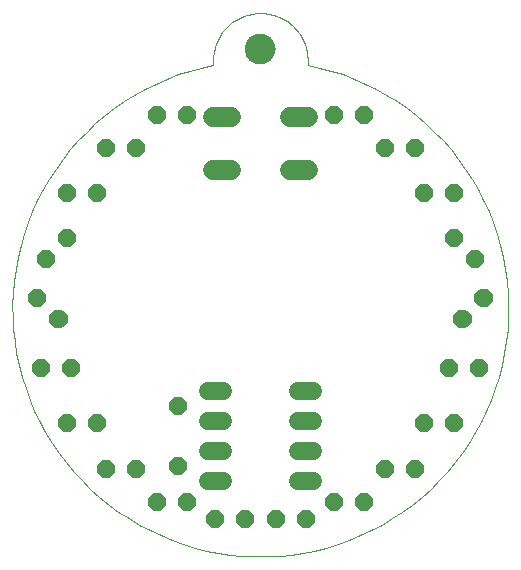
<source format=gbs>
G75*
G70*
%OFA0B0*%
%FSLAX24Y24*%
%IPPOS*%
%LPD*%
%AMOC8*
5,1,8,0,0,1.08239X$1,22.5*
%
%ADD10C,0.0000*%
%ADD11C,0.1025*%
%ADD12OC8,0.0600*%
%ADD13C,0.0120*%
%ADD14C,0.0600*%
%ADD15C,0.0680*%
D10*
X008826Y018518D02*
X008432Y018431D01*
X008043Y018326D01*
X007660Y018201D01*
X007283Y018059D01*
X006913Y017897D01*
X006552Y017719D01*
X006200Y017522D01*
X005858Y017309D01*
X005527Y017079D01*
X005207Y016834D01*
X004900Y016573D01*
X004605Y016298D01*
X004325Y016008D01*
X004059Y015705D01*
X003808Y015390D01*
X003572Y015063D01*
X003353Y014724D01*
X003151Y014376D01*
X002966Y014018D01*
X002798Y013651D01*
X002649Y013276D01*
X002518Y012895D01*
X002406Y012508D01*
X002313Y012116D01*
X002239Y011720D01*
X002184Y011320D01*
X002149Y010919D01*
X002134Y010516D01*
X002138Y010113D01*
X002162Y009710D01*
X002205Y009310D01*
X002268Y008911D01*
X002351Y008517D01*
X002452Y008127D01*
X002572Y007742D01*
X002711Y007364D01*
X002868Y006992D01*
X003043Y006629D01*
X003236Y006275D01*
X003446Y005931D01*
X003672Y005597D01*
X003914Y005275D01*
X004171Y004965D01*
X004444Y004668D01*
X004730Y004384D01*
X005030Y004115D01*
X005343Y003860D01*
X005668Y003622D01*
X006004Y003399D01*
X006351Y003193D01*
X006707Y003004D01*
X007072Y002833D01*
X007444Y002680D01*
X007824Y002545D01*
X008210Y002429D01*
X008601Y002331D01*
X008997Y002253D01*
X009396Y002194D01*
X009797Y002155D01*
X010199Y002135D01*
X010603Y002135D01*
X011005Y002155D01*
X011406Y002194D01*
X011805Y002253D01*
X012201Y002331D01*
X012592Y002429D01*
X012978Y002545D01*
X013358Y002680D01*
X013730Y002833D01*
X014095Y003004D01*
X014451Y003193D01*
X014798Y003399D01*
X015134Y003622D01*
X015459Y003860D01*
X015772Y004115D01*
X016072Y004384D01*
X016358Y004668D01*
X016631Y004965D01*
X016888Y005275D01*
X017130Y005597D01*
X017356Y005931D01*
X017566Y006275D01*
X017759Y006629D01*
X017934Y006992D01*
X018091Y007364D01*
X018230Y007742D01*
X018350Y008127D01*
X018451Y008517D01*
X018534Y008911D01*
X018597Y009310D01*
X018640Y009710D01*
X018664Y010113D01*
X018668Y010516D01*
X018653Y010919D01*
X018618Y011320D01*
X018563Y011720D01*
X018489Y012116D01*
X018396Y012508D01*
X018284Y012895D01*
X018153Y013276D01*
X018004Y013651D01*
X017836Y014018D01*
X017651Y014376D01*
X017449Y014724D01*
X017230Y015063D01*
X016994Y015390D01*
X016743Y015705D01*
X016477Y016008D01*
X016197Y016298D01*
X015902Y016573D01*
X015595Y016834D01*
X015275Y017079D01*
X014944Y017309D01*
X014602Y017522D01*
X014250Y017719D01*
X013889Y017897D01*
X013519Y018059D01*
X013142Y018201D01*
X012759Y018326D01*
X012370Y018431D01*
X011976Y018518D01*
X011976Y018669D01*
X011974Y018746D01*
X011968Y018823D01*
X011959Y018900D01*
X011946Y018976D01*
X011929Y019052D01*
X011908Y019126D01*
X011884Y019200D01*
X011856Y019272D01*
X011825Y019342D01*
X011790Y019411D01*
X011752Y019479D01*
X011711Y019544D01*
X011666Y019607D01*
X011618Y019668D01*
X011568Y019727D01*
X011515Y019783D01*
X011459Y019836D01*
X011400Y019886D01*
X011339Y019934D01*
X011276Y019979D01*
X011211Y020020D01*
X011143Y020058D01*
X011074Y020093D01*
X011004Y020124D01*
X010932Y020152D01*
X010858Y020176D01*
X010784Y020197D01*
X010708Y020214D01*
X010632Y020227D01*
X010555Y020236D01*
X010478Y020242D01*
X010401Y020244D01*
X009929Y019063D02*
X009931Y019106D01*
X009937Y019148D01*
X009947Y019190D01*
X009960Y019231D01*
X009977Y019271D01*
X009998Y019308D01*
X010022Y019344D01*
X010049Y019377D01*
X010079Y019408D01*
X010112Y019436D01*
X010147Y019461D01*
X010184Y019482D01*
X010223Y019500D01*
X010263Y019514D01*
X010305Y019525D01*
X010347Y019532D01*
X010390Y019535D01*
X010433Y019534D01*
X010476Y019529D01*
X010518Y019520D01*
X010559Y019508D01*
X010599Y019492D01*
X010637Y019472D01*
X010673Y019449D01*
X010707Y019422D01*
X010739Y019393D01*
X010767Y019361D01*
X010793Y019326D01*
X010815Y019290D01*
X010834Y019251D01*
X010849Y019211D01*
X010861Y019170D01*
X010869Y019127D01*
X010873Y019084D01*
X010873Y019042D01*
X010869Y018999D01*
X010861Y018956D01*
X010849Y018915D01*
X010834Y018875D01*
X010815Y018836D01*
X010793Y018800D01*
X010767Y018765D01*
X010739Y018733D01*
X010707Y018704D01*
X010673Y018677D01*
X010637Y018654D01*
X010599Y018634D01*
X010559Y018618D01*
X010518Y018606D01*
X010476Y018597D01*
X010433Y018592D01*
X010390Y018591D01*
X010347Y018594D01*
X010305Y018601D01*
X010263Y018612D01*
X010223Y018626D01*
X010184Y018644D01*
X010147Y018665D01*
X010112Y018690D01*
X010079Y018718D01*
X010049Y018749D01*
X010022Y018782D01*
X009998Y018818D01*
X009977Y018855D01*
X009960Y018895D01*
X009947Y018936D01*
X009937Y018978D01*
X009931Y019020D01*
X009929Y019063D01*
X008826Y018669D02*
X008828Y018746D01*
X008834Y018823D01*
X008843Y018900D01*
X008856Y018976D01*
X008873Y019052D01*
X008894Y019126D01*
X008918Y019200D01*
X008946Y019272D01*
X008977Y019342D01*
X009012Y019411D01*
X009050Y019479D01*
X009091Y019544D01*
X009136Y019607D01*
X009184Y019668D01*
X009234Y019727D01*
X009287Y019783D01*
X009343Y019836D01*
X009402Y019886D01*
X009463Y019934D01*
X009526Y019979D01*
X009591Y020020D01*
X009659Y020058D01*
X009728Y020093D01*
X009798Y020124D01*
X009870Y020152D01*
X009944Y020176D01*
X010018Y020197D01*
X010094Y020214D01*
X010170Y020227D01*
X010247Y020236D01*
X010324Y020242D01*
X010401Y020244D01*
X008826Y018669D02*
X008826Y018518D01*
D11*
X010401Y019063D03*
D12*
X005261Y005046D03*
X006261Y005046D03*
X006957Y003955D03*
X007957Y003955D03*
X008893Y003387D03*
X009893Y003387D03*
X010910Y003387D03*
X011910Y003387D03*
X012845Y003955D03*
X013845Y003955D03*
X014542Y005046D03*
X015542Y005046D03*
X015863Y006570D03*
X016863Y006570D03*
X016701Y008405D03*
X017701Y008405D03*
X016863Y014233D03*
X015863Y014233D03*
X015542Y015757D03*
X014542Y015757D03*
X013845Y016847D03*
X012845Y016847D03*
X007957Y016847D03*
X006957Y016847D03*
X006261Y015757D03*
X005261Y015757D03*
X004940Y014233D03*
X003940Y014233D03*
X004102Y008405D03*
X003102Y008405D03*
X003940Y006570D03*
X004940Y006570D03*
X007651Y007151D03*
X007651Y005151D03*
D13*
X003629Y010227D02*
X003569Y010287D01*
X003767Y010287D01*
X003907Y010147D01*
X003907Y009949D01*
X003767Y009809D01*
X003569Y009809D01*
X003429Y009949D01*
X003429Y010147D01*
X003569Y010287D01*
X003606Y010197D01*
X003730Y010197D01*
X003817Y010110D01*
X003817Y009986D01*
X003730Y009899D01*
X003606Y009899D01*
X003519Y009986D01*
X003519Y010110D01*
X003606Y010197D01*
X003643Y010107D01*
X003693Y010107D01*
X003727Y010073D01*
X003727Y010023D01*
X003693Y009989D01*
X003643Y009989D01*
X003609Y010023D01*
X003609Y010073D01*
X003643Y010107D01*
X002922Y010934D02*
X002862Y010994D01*
X003060Y010994D01*
X003200Y010854D01*
X003200Y010656D01*
X003060Y010516D01*
X002862Y010516D01*
X002722Y010656D01*
X002722Y010854D01*
X002862Y010994D01*
X002899Y010904D01*
X003023Y010904D01*
X003110Y010817D01*
X003110Y010693D01*
X003023Y010606D01*
X002899Y010606D01*
X002812Y010693D01*
X002812Y010817D01*
X002899Y010904D01*
X002936Y010814D01*
X002986Y010814D01*
X003020Y010780D01*
X003020Y010730D01*
X002986Y010696D01*
X002936Y010696D01*
X002902Y010730D01*
X002902Y010780D01*
X002936Y010814D01*
X003069Y012005D02*
X003009Y011945D01*
X003009Y012143D01*
X003149Y012283D01*
X003347Y012283D01*
X003487Y012143D01*
X003487Y011945D01*
X003347Y011805D01*
X003149Y011805D01*
X003009Y011945D01*
X003099Y011982D01*
X003099Y012106D01*
X003186Y012193D01*
X003310Y012193D01*
X003397Y012106D01*
X003397Y011982D01*
X003310Y011895D01*
X003186Y011895D01*
X003099Y011982D01*
X003189Y012019D01*
X003189Y012069D01*
X003223Y012103D01*
X003273Y012103D01*
X003307Y012069D01*
X003307Y012019D01*
X003273Y011985D01*
X003223Y011985D01*
X003189Y012019D01*
X003776Y012712D02*
X003716Y012652D01*
X003716Y012850D01*
X003856Y012990D01*
X004054Y012990D01*
X004194Y012850D01*
X004194Y012652D01*
X004054Y012512D01*
X003856Y012512D01*
X003716Y012652D01*
X003806Y012689D01*
X003806Y012813D01*
X003893Y012900D01*
X004017Y012900D01*
X004104Y012813D01*
X004104Y012689D01*
X004017Y012602D01*
X003893Y012602D01*
X003806Y012689D01*
X003896Y012726D01*
X003896Y012776D01*
X003930Y012810D01*
X003980Y012810D01*
X004014Y012776D01*
X004014Y012726D01*
X003980Y012692D01*
X003930Y012692D01*
X003896Y012726D01*
X016808Y012930D02*
X016748Y012990D01*
X016946Y012990D01*
X017086Y012850D01*
X017086Y012652D01*
X016946Y012512D01*
X016748Y012512D01*
X016608Y012652D01*
X016608Y012850D01*
X016748Y012990D01*
X016785Y012900D01*
X016909Y012900D01*
X016996Y012813D01*
X016996Y012689D01*
X016909Y012602D01*
X016785Y012602D01*
X016698Y012689D01*
X016698Y012813D01*
X016785Y012900D01*
X016822Y012810D01*
X016872Y012810D01*
X016906Y012776D01*
X016906Y012726D01*
X016872Y012692D01*
X016822Y012692D01*
X016788Y012726D01*
X016788Y012776D01*
X016822Y012810D01*
X017515Y012223D02*
X017455Y012283D01*
X017653Y012283D01*
X017793Y012143D01*
X017793Y011945D01*
X017653Y011805D01*
X017455Y011805D01*
X017315Y011945D01*
X017315Y012143D01*
X017455Y012283D01*
X017492Y012193D01*
X017616Y012193D01*
X017703Y012106D01*
X017703Y011982D01*
X017616Y011895D01*
X017492Y011895D01*
X017405Y011982D01*
X017405Y012106D01*
X017492Y012193D01*
X017529Y012103D01*
X017579Y012103D01*
X017613Y012069D01*
X017613Y012019D01*
X017579Y011985D01*
X017529Y011985D01*
X017495Y012019D01*
X017495Y012069D01*
X017529Y012103D01*
X017662Y010716D02*
X017602Y010656D01*
X017602Y010854D01*
X017742Y010994D01*
X017940Y010994D01*
X018080Y010854D01*
X018080Y010656D01*
X017940Y010516D01*
X017742Y010516D01*
X017602Y010656D01*
X017692Y010693D01*
X017692Y010817D01*
X017779Y010904D01*
X017903Y010904D01*
X017990Y010817D01*
X017990Y010693D01*
X017903Y010606D01*
X017779Y010606D01*
X017692Y010693D01*
X017782Y010730D01*
X017782Y010780D01*
X017816Y010814D01*
X017866Y010814D01*
X017900Y010780D01*
X017900Y010730D01*
X017866Y010696D01*
X017816Y010696D01*
X017782Y010730D01*
X016955Y010009D02*
X016895Y009949D01*
X016895Y010147D01*
X017035Y010287D01*
X017233Y010287D01*
X017373Y010147D01*
X017373Y009949D01*
X017233Y009809D01*
X017035Y009809D01*
X016895Y009949D01*
X016985Y009986D01*
X016985Y010110D01*
X017072Y010197D01*
X017196Y010197D01*
X017283Y010110D01*
X017283Y009986D01*
X017196Y009899D01*
X017072Y009899D01*
X016985Y009986D01*
X017075Y010023D01*
X017075Y010073D01*
X017109Y010107D01*
X017159Y010107D01*
X017193Y010073D01*
X017193Y010023D01*
X017159Y009989D01*
X017109Y009989D01*
X017075Y010023D01*
D14*
X012161Y007651D02*
X011641Y007651D01*
X011641Y006651D02*
X012161Y006651D01*
X012161Y005651D02*
X011641Y005651D01*
X011641Y004651D02*
X012161Y004651D01*
X009161Y004651D02*
X008641Y004651D01*
X008641Y005651D02*
X009161Y005651D01*
X009161Y006651D02*
X008641Y006651D01*
X008641Y007651D02*
X009161Y007651D01*
D15*
X009421Y015011D02*
X008821Y015011D01*
X008821Y016791D02*
X009421Y016791D01*
X011381Y016791D02*
X011981Y016791D01*
X011981Y015011D02*
X011381Y015011D01*
M02*

</source>
